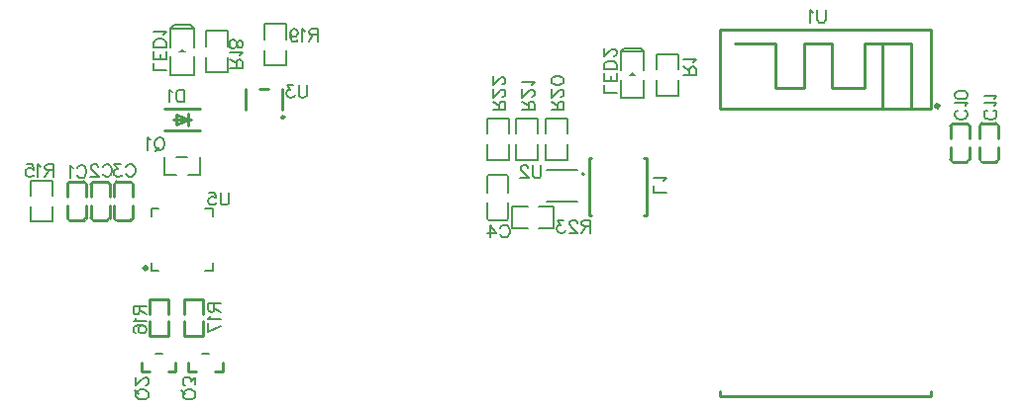
<source format=gbo>
G04 Layer: BottomSilkscreenLayer*
G04 EasyEDA v6.5.20, 2022-12-02 00:59:29*
G04 a67cddfb3fce44daa9051d46cbbcc19f,10*
G04 Gerber Generator version 0.2*
G04 Scale: 100 percent, Rotated: No, Reflected: No *
G04 Dimensions in millimeters *
G04 leading zeros omitted , absolute positions ,4 integer and 5 decimal *
%FSLAX45Y45*%
%MOMM*%

%ADD10C,0.1524*%
%ADD11C,0.2540*%
%ADD12C,0.2000*%
%ADD13C,0.3000*%

%LPD*%
D10*
X5069989Y8725298D02*
G01*
X5069989Y8647320D01*
X5064909Y8631826D01*
X5054495Y8621412D01*
X5038747Y8616332D01*
X5028333Y8616332D01*
X5012839Y8621412D01*
X5002425Y8631826D01*
X4997345Y8647320D01*
X4997345Y8725298D01*
X4957721Y8699390D02*
G01*
X4957721Y8704470D01*
X4952641Y8714884D01*
X4947307Y8720218D01*
X4936893Y8725298D01*
X4916319Y8725298D01*
X4905905Y8720218D01*
X4900571Y8714884D01*
X4895491Y8704470D01*
X4895491Y8694056D01*
X4900571Y8683642D01*
X4910985Y8668148D01*
X4963055Y8616332D01*
X4890157Y8616332D01*
X5489989Y8255299D02*
G01*
X5489989Y8146333D01*
X5489989Y8255299D02*
G01*
X5443253Y8255299D01*
X5427759Y8250219D01*
X5422425Y8244885D01*
X5417345Y8234471D01*
X5417345Y8224057D01*
X5422425Y8213643D01*
X5427759Y8208563D01*
X5443253Y8203483D01*
X5489989Y8203483D01*
X5453667Y8203483D02*
G01*
X5417345Y8146333D01*
X5377721Y8229391D02*
G01*
X5377721Y8234471D01*
X5372641Y8244885D01*
X5367307Y8250219D01*
X5356893Y8255299D01*
X5336319Y8255299D01*
X5325905Y8250219D01*
X5320571Y8244885D01*
X5315491Y8234471D01*
X5315491Y8224057D01*
X5320571Y8213643D01*
X5330985Y8198149D01*
X5383055Y8146333D01*
X5310157Y8146333D01*
X5265453Y8255299D02*
G01*
X5208303Y8255299D01*
X5239545Y8213643D01*
X5224051Y8213643D01*
X5213637Y8208563D01*
X5208303Y8203483D01*
X5203223Y8187735D01*
X5203223Y8177321D01*
X5208303Y8161827D01*
X5218717Y8151413D01*
X5234465Y8146333D01*
X5249959Y8146333D01*
X5265453Y8151413D01*
X5270787Y8156493D01*
X5275867Y8166907D01*
X4765306Y9199981D02*
G01*
X4656340Y9199981D01*
X4765306Y9199981D02*
G01*
X4765306Y9246717D01*
X4760226Y9262211D01*
X4754892Y9267545D01*
X4744478Y9272625D01*
X4734064Y9272625D01*
X4723650Y9267545D01*
X4718570Y9262211D01*
X4713490Y9246717D01*
X4713490Y9199981D01*
X4713490Y9236303D02*
G01*
X4656340Y9272625D01*
X4739398Y9312249D02*
G01*
X4744478Y9312249D01*
X4754892Y9317329D01*
X4760226Y9322663D01*
X4765306Y9333077D01*
X4765306Y9353651D01*
X4760226Y9364065D01*
X4754892Y9369399D01*
X4744478Y9374479D01*
X4734064Y9374479D01*
X4723650Y9369399D01*
X4708156Y9358985D01*
X4656340Y9306915D01*
X4656340Y9379813D01*
X4739398Y9419183D02*
G01*
X4744478Y9419183D01*
X4754892Y9424517D01*
X4760226Y9429597D01*
X4765306Y9440011D01*
X4765306Y9460839D01*
X4760226Y9471253D01*
X4754892Y9476333D01*
X4744478Y9481667D01*
X4734064Y9481667D01*
X4723650Y9476333D01*
X4708156Y9465919D01*
X4656340Y9414103D01*
X4656340Y9486747D01*
X5015306Y9199981D02*
G01*
X4906340Y9199981D01*
X5015306Y9199981D02*
G01*
X5015306Y9246717D01*
X5010226Y9262211D01*
X5004892Y9267545D01*
X4994478Y9272625D01*
X4984064Y9272625D01*
X4973650Y9267545D01*
X4968570Y9262211D01*
X4963490Y9246717D01*
X4963490Y9199981D01*
X4963490Y9236303D02*
G01*
X4906340Y9272625D01*
X4989398Y9312249D02*
G01*
X4994478Y9312249D01*
X5004892Y9317329D01*
X5010226Y9322663D01*
X5015306Y9333077D01*
X5015306Y9353651D01*
X5010226Y9364065D01*
X5004892Y9369399D01*
X4994478Y9374479D01*
X4984064Y9374479D01*
X4973650Y9369399D01*
X4958156Y9358985D01*
X4906340Y9306915D01*
X4906340Y9379813D01*
X4994478Y9414103D02*
G01*
X4999812Y9424517D01*
X5015306Y9440011D01*
X4906340Y9440011D01*
X5265305Y9199981D02*
G01*
X5156339Y9199981D01*
X5265305Y9199981D02*
G01*
X5265305Y9246717D01*
X5260225Y9262211D01*
X5254891Y9267545D01*
X5244477Y9272625D01*
X5234063Y9272625D01*
X5223649Y9267545D01*
X5218569Y9262211D01*
X5213489Y9246717D01*
X5213489Y9199981D01*
X5213489Y9236303D02*
G01*
X5156339Y9272625D01*
X5239397Y9312249D02*
G01*
X5244477Y9312249D01*
X5254891Y9317329D01*
X5260225Y9322663D01*
X5265305Y9333077D01*
X5265305Y9353651D01*
X5260225Y9364065D01*
X5254891Y9369399D01*
X5244477Y9374479D01*
X5234063Y9374479D01*
X5223649Y9369399D01*
X5208155Y9358985D01*
X5156339Y9306915D01*
X5156339Y9379813D01*
X5265305Y9445091D02*
G01*
X5260225Y9429597D01*
X5244477Y9419183D01*
X5218569Y9414103D01*
X5203075Y9414103D01*
X5176913Y9419183D01*
X5161419Y9429597D01*
X5156339Y9445091D01*
X5156339Y9455505D01*
X5161419Y9471253D01*
X5176913Y9481667D01*
X5203075Y9486747D01*
X5218569Y9486747D01*
X5244477Y9481667D01*
X5260225Y9471253D01*
X5265305Y9455505D01*
X5265305Y9445091D01*
X6138661Y8492225D02*
G01*
X6029695Y8492225D01*
X6029695Y8492225D02*
G01*
X6029695Y8554455D01*
X6117833Y8588745D02*
G01*
X6123167Y8599159D01*
X6138661Y8614907D01*
X6029695Y8614907D01*
X4722012Y8189391D02*
G01*
X4727346Y8199805D01*
X4737760Y8210219D01*
X4747920Y8215299D01*
X4768748Y8215299D01*
X4779162Y8210219D01*
X4789576Y8199805D01*
X4794910Y8189391D01*
X4799990Y8173643D01*
X4799990Y8147735D01*
X4794910Y8132241D01*
X4789576Y8121827D01*
X4779162Y8111413D01*
X4768748Y8106333D01*
X4747920Y8106333D01*
X4737760Y8111413D01*
X4727346Y8121827D01*
X4722012Y8132241D01*
X4635906Y8215299D02*
G01*
X4687722Y8142655D01*
X4609744Y8142655D01*
X4635906Y8215299D02*
G01*
X4635906Y8106333D01*
X5715304Y9349981D02*
G01*
X5606338Y9349981D01*
X5606338Y9349981D02*
G01*
X5606338Y9412211D01*
X5715304Y9446501D02*
G01*
X5606338Y9446501D01*
X5715304Y9446501D02*
G01*
X5715304Y9514065D01*
X5663488Y9446501D02*
G01*
X5663488Y9488157D01*
X5606338Y9446501D02*
G01*
X5606338Y9514065D01*
X5715304Y9548355D02*
G01*
X5606338Y9548355D01*
X5715304Y9548355D02*
G01*
X5715304Y9584931D01*
X5710224Y9600425D01*
X5699810Y9610839D01*
X5689396Y9615919D01*
X5673648Y9621253D01*
X5647740Y9621253D01*
X5632246Y9615919D01*
X5621832Y9610839D01*
X5611418Y9600425D01*
X5606338Y9584931D01*
X5606338Y9548355D01*
X5689396Y9660623D02*
G01*
X5694476Y9660623D01*
X5704890Y9665957D01*
X5710224Y9671037D01*
X5715304Y9681451D01*
X5715304Y9702279D01*
X5710224Y9712693D01*
X5704890Y9717773D01*
X5694476Y9723107D01*
X5684062Y9723107D01*
X5673648Y9717773D01*
X5658154Y9707359D01*
X5606338Y9655543D01*
X5606338Y9728187D01*
X6392303Y9499980D02*
G01*
X6283337Y9499980D01*
X6392303Y9499980D02*
G01*
X6392303Y9546717D01*
X6387223Y9562211D01*
X6381889Y9567545D01*
X6371475Y9572625D01*
X6361061Y9572625D01*
X6350647Y9567545D01*
X6345567Y9562211D01*
X6340487Y9546717D01*
X6340487Y9499980D01*
X6340487Y9536303D02*
G01*
X6283337Y9572625D01*
X6371475Y9606914D02*
G01*
X6376809Y9617329D01*
X6392303Y9633077D01*
X6283337Y9633077D01*
X2400724Y8494395D02*
G01*
X2400724Y8416417D01*
X2395644Y8400922D01*
X2385230Y8390509D01*
X2369482Y8385429D01*
X2359068Y8385429D01*
X2343574Y8390509D01*
X2333160Y8400922D01*
X2328080Y8416417D01*
X2328080Y8494395D01*
X2231306Y8494395D02*
G01*
X2283376Y8494395D01*
X2288456Y8447659D01*
X2283376Y8452738D01*
X2267628Y8458072D01*
X2252134Y8458072D01*
X2236640Y8452738D01*
X2226226Y8442579D01*
X2220892Y8426830D01*
X2220892Y8416417D01*
X2226226Y8400922D01*
X2236640Y8390509D01*
X2252134Y8385429D01*
X2267628Y8385429D01*
X2283376Y8390509D01*
X2288456Y8395588D01*
X2293790Y8406003D01*
X1102065Y8699345D02*
G01*
X1107262Y8709736D01*
X1117653Y8720127D01*
X1128041Y8725321D01*
X1148824Y8725321D01*
X1159215Y8720127D01*
X1169606Y8709736D01*
X1174803Y8699345D01*
X1179997Y8683757D01*
X1179997Y8657780D01*
X1174803Y8642195D01*
X1169606Y8631803D01*
X1159215Y8621412D01*
X1148824Y8616218D01*
X1128041Y8616218D01*
X1117653Y8621412D01*
X1107262Y8631803D01*
X1102065Y8642195D01*
X1067775Y8704539D02*
G01*
X1057384Y8709736D01*
X1041798Y8725321D01*
X1041798Y8616218D01*
X1322103Y8709395D02*
G01*
X1327299Y8719786D01*
X1337690Y8730178D01*
X1348079Y8735372D01*
X1368861Y8735372D01*
X1379253Y8730178D01*
X1389644Y8719786D01*
X1394840Y8709395D01*
X1400035Y8693807D01*
X1400035Y8667831D01*
X1394840Y8652245D01*
X1389644Y8641854D01*
X1379253Y8631463D01*
X1368861Y8626269D01*
X1348079Y8626269D01*
X1337690Y8631463D01*
X1327299Y8641854D01*
X1322103Y8652245D01*
X1282618Y8709395D02*
G01*
X1282618Y8714590D01*
X1277421Y8724981D01*
X1272227Y8730178D01*
X1261836Y8735372D01*
X1241054Y8735372D01*
X1230663Y8730178D01*
X1225468Y8724981D01*
X1220271Y8714590D01*
X1220271Y8704199D01*
X1225468Y8693807D01*
X1235859Y8678222D01*
X1287813Y8626269D01*
X1215077Y8626269D01*
X1522102Y8709395D02*
G01*
X1527299Y8719786D01*
X1537690Y8730178D01*
X1548079Y8735372D01*
X1568861Y8735372D01*
X1579252Y8730178D01*
X1589643Y8719786D01*
X1594840Y8709395D01*
X1600034Y8693807D01*
X1600034Y8667831D01*
X1594840Y8652245D01*
X1589643Y8641854D01*
X1579252Y8631463D01*
X1568861Y8626269D01*
X1548079Y8626269D01*
X1537690Y8631463D01*
X1527299Y8641854D01*
X1522102Y8652245D01*
X1477421Y8735372D02*
G01*
X1420271Y8735372D01*
X1451444Y8693807D01*
X1435859Y8693807D01*
X1425468Y8688613D01*
X1420271Y8683419D01*
X1415077Y8667831D01*
X1415077Y8657440D01*
X1420271Y8641854D01*
X1430662Y8631463D01*
X1446250Y8626269D01*
X1461836Y8626269D01*
X1477421Y8631463D01*
X1482618Y8636657D01*
X1487812Y8647049D01*
X2020493Y9374997D02*
G01*
X2020493Y9266031D01*
X2020493Y9374997D02*
G01*
X1984171Y9374997D01*
X1968423Y9369917D01*
X1958263Y9359503D01*
X1952929Y9349089D01*
X1947849Y9333341D01*
X1947849Y9307433D01*
X1952929Y9291939D01*
X1958263Y9281525D01*
X1968423Y9271111D01*
X1984171Y9266031D01*
X2020493Y9266031D01*
X1913559Y9354169D02*
G01*
X1903145Y9359503D01*
X1887397Y9374997D01*
X1887397Y9266031D01*
X1865312Y9539980D02*
G01*
X1756346Y9539980D01*
X1756346Y9539980D02*
G01*
X1756346Y9602210D01*
X1865312Y9636500D02*
G01*
X1756346Y9636500D01*
X1865312Y9636500D02*
G01*
X1865312Y9704064D01*
X1813496Y9636500D02*
G01*
X1813496Y9678156D01*
X1756346Y9636500D02*
G01*
X1756346Y9704064D01*
X1865312Y9738354D02*
G01*
X1756346Y9738354D01*
X1865312Y9738354D02*
G01*
X1865312Y9774930D01*
X1860232Y9790424D01*
X1849818Y9800838D01*
X1839404Y9805918D01*
X1823656Y9811252D01*
X1797748Y9811252D01*
X1782254Y9805918D01*
X1771840Y9800838D01*
X1761426Y9790424D01*
X1756346Y9774930D01*
X1756346Y9738354D01*
X1844484Y9845542D02*
G01*
X1849818Y9855956D01*
X1865312Y9871450D01*
X1756346Y9871450D01*
X1818744Y8965298D02*
G01*
X1829158Y8960218D01*
X1839572Y8949804D01*
X1844906Y8939390D01*
X1849986Y8923642D01*
X1849986Y8897734D01*
X1844906Y8882240D01*
X1839572Y8871826D01*
X1829158Y8861412D01*
X1818744Y8856332D01*
X1797916Y8856332D01*
X1787756Y8861412D01*
X1777342Y8871826D01*
X1772008Y8882240D01*
X1766928Y8897734D01*
X1766928Y8923642D01*
X1772008Y8939390D01*
X1777342Y8949804D01*
X1787756Y8960218D01*
X1797916Y8965298D01*
X1818744Y8965298D01*
X1803250Y8876906D02*
G01*
X1772008Y8845918D01*
X1732638Y8944470D02*
G01*
X1722224Y8949804D01*
X1706476Y8965298D01*
X1706476Y8856332D01*
X1715312Y6751228D02*
G01*
X1710232Y6740814D01*
X1699818Y6730400D01*
X1689404Y6725066D01*
X1673656Y6719986D01*
X1647748Y6719986D01*
X1632254Y6725066D01*
X1621840Y6730400D01*
X1611426Y6740814D01*
X1606346Y6751228D01*
X1606346Y6772056D01*
X1611426Y6782216D01*
X1621840Y6792630D01*
X1632254Y6797964D01*
X1647748Y6803044D01*
X1673656Y6803044D01*
X1689404Y6797964D01*
X1699818Y6792630D01*
X1710232Y6782216D01*
X1715312Y6772056D01*
X1715312Y6751228D01*
X1626920Y6766722D02*
G01*
X1595932Y6797964D01*
X1689404Y6842668D02*
G01*
X1694484Y6842668D01*
X1704898Y6847748D01*
X1710232Y6853082D01*
X1715312Y6863496D01*
X1715312Y6884070D01*
X1710232Y6894484D01*
X1704898Y6899818D01*
X1694484Y6904898D01*
X1684070Y6904898D01*
X1673656Y6899818D01*
X1658162Y6889404D01*
X1606346Y6837334D01*
X1606346Y6910232D01*
X2115311Y6751228D02*
G01*
X2110231Y6740814D01*
X2099818Y6730400D01*
X2089404Y6725066D01*
X2073656Y6719986D01*
X2047747Y6719986D01*
X2032254Y6725066D01*
X2021840Y6730400D01*
X2011425Y6740814D01*
X2006345Y6751228D01*
X2006345Y6772056D01*
X2011425Y6782216D01*
X2021840Y6792630D01*
X2032254Y6797964D01*
X2047747Y6803044D01*
X2073656Y6803044D01*
X2089404Y6797964D01*
X2099818Y6792630D01*
X2110231Y6782216D01*
X2115311Y6772056D01*
X2115311Y6751228D01*
X2026920Y6766722D02*
G01*
X1995931Y6797964D01*
X2115311Y6847748D02*
G01*
X2115311Y6904898D01*
X2073656Y6873656D01*
X2073656Y6889404D01*
X2068575Y6899818D01*
X2063495Y6904898D01*
X2047747Y6910232D01*
X2037334Y6910232D01*
X2021840Y6904898D01*
X2011425Y6894484D01*
X2006345Y6878990D01*
X2006345Y6863496D01*
X2011425Y6847748D01*
X2016506Y6842668D01*
X2026920Y6837334D01*
X899985Y8735293D02*
G01*
X899985Y8626327D01*
X899985Y8735293D02*
G01*
X853249Y8735293D01*
X837755Y8730213D01*
X832421Y8724879D01*
X827341Y8714465D01*
X827341Y8704051D01*
X832421Y8693637D01*
X837755Y8688557D01*
X853249Y8683477D01*
X899985Y8683477D01*
X863663Y8683477D02*
G01*
X827341Y8626327D01*
X793051Y8714465D02*
G01*
X782637Y8719799D01*
X766889Y8735293D01*
X766889Y8626327D01*
X670369Y8735293D02*
G01*
X722185Y8735293D01*
X727519Y8688557D01*
X722185Y8693637D01*
X706691Y8698971D01*
X691197Y8698971D01*
X675449Y8693637D01*
X665035Y8683477D01*
X659955Y8667729D01*
X659955Y8657315D01*
X665035Y8641821D01*
X675449Y8631407D01*
X691197Y8626327D01*
X706691Y8626327D01*
X722185Y8631407D01*
X727519Y8636487D01*
X732599Y8646901D01*
X3069993Y9415302D02*
G01*
X3069993Y9337324D01*
X3064913Y9321830D01*
X3054499Y9311416D01*
X3038751Y9306336D01*
X3028337Y9306336D01*
X3012843Y9311416D01*
X3002429Y9321830D01*
X2997349Y9337324D01*
X2997349Y9415302D01*
X2952645Y9415302D02*
G01*
X2895495Y9415302D01*
X2926483Y9373646D01*
X2910989Y9373646D01*
X2900575Y9368566D01*
X2895495Y9363486D01*
X2890161Y9347738D01*
X2890161Y9337324D01*
X2895495Y9321830D01*
X2905909Y9311416D01*
X2921403Y9306336D01*
X2936897Y9306336D01*
X2952645Y9311416D01*
X2957725Y9316496D01*
X2963059Y9326910D01*
X2515334Y9559975D02*
G01*
X2406230Y9559975D01*
X2515334Y9559975D02*
G01*
X2515334Y9606734D01*
X2510139Y9622320D01*
X2504942Y9627516D01*
X2494551Y9632711D01*
X2484160Y9632711D01*
X2473769Y9627516D01*
X2468575Y9622320D01*
X2463380Y9606734D01*
X2463380Y9559975D01*
X2463380Y9596343D02*
G01*
X2406230Y9632711D01*
X2494551Y9667001D02*
G01*
X2499748Y9677392D01*
X2515334Y9692980D01*
X2406230Y9692980D01*
X2515334Y9753246D02*
G01*
X2510139Y9737661D01*
X2499748Y9732464D01*
X2489357Y9732464D01*
X2478966Y9737661D01*
X2473769Y9748050D01*
X2468575Y9768832D01*
X2463380Y9784420D01*
X2452989Y9794811D01*
X2442598Y9800005D01*
X2427010Y9800005D01*
X2416619Y9794811D01*
X2411425Y9789614D01*
X2406230Y9774029D01*
X2406230Y9753246D01*
X2411425Y9737661D01*
X2416619Y9732464D01*
X2427010Y9727270D01*
X2442598Y9727270D01*
X2452989Y9732464D01*
X2463380Y9742855D01*
X2468575Y9758441D01*
X2473769Y9779223D01*
X2478966Y9789614D01*
X2489357Y9794811D01*
X2499748Y9794811D01*
X2510139Y9789614D01*
X2515334Y9774029D01*
X2515334Y9753246D01*
X3159175Y9894476D02*
G01*
X3159175Y9785372D01*
X3159175Y9894476D02*
G01*
X3112416Y9894476D01*
X3096831Y9889281D01*
X3091634Y9884084D01*
X3086440Y9873693D01*
X3086440Y9863302D01*
X3091634Y9852911D01*
X3096831Y9847717D01*
X3112416Y9842522D01*
X3159175Y9842522D01*
X3122808Y9842522D02*
G01*
X3086440Y9785372D01*
X3052150Y9873693D02*
G01*
X3041759Y9878890D01*
X3026171Y9894476D01*
X3026171Y9785372D01*
X2924340Y9858108D02*
G01*
X2929536Y9842522D01*
X2939928Y9832131D01*
X2955513Y9826934D01*
X2960710Y9826934D01*
X2976295Y9832131D01*
X2986686Y9842522D01*
X2991881Y9858108D01*
X2991881Y9863302D01*
X2986686Y9878890D01*
X2976295Y9889281D01*
X2960710Y9894476D01*
X2955513Y9894476D01*
X2939928Y9889281D01*
X2929536Y9878890D01*
X2924340Y9858108D01*
X2924340Y9832131D01*
X2929536Y9806152D01*
X2939928Y9790567D01*
X2955513Y9785372D01*
X2965904Y9785372D01*
X2981490Y9790567D01*
X2986686Y9800958D01*
X1584657Y7519984D02*
G01*
X1693760Y7519984D01*
X1584657Y7519984D02*
G01*
X1584657Y7473226D01*
X1589852Y7457640D01*
X1595048Y7452443D01*
X1605440Y7447249D01*
X1615831Y7447249D01*
X1626222Y7452443D01*
X1631416Y7457640D01*
X1636610Y7473226D01*
X1636610Y7519984D01*
X1636610Y7483617D02*
G01*
X1693760Y7447249D01*
X1605440Y7412959D02*
G01*
X1600243Y7402568D01*
X1584657Y7386980D01*
X1693760Y7386980D01*
X1600243Y7290346D02*
G01*
X1589852Y7295540D01*
X1584657Y7311128D01*
X1584657Y7321519D01*
X1589852Y7337104D01*
X1605440Y7347496D01*
X1631416Y7352690D01*
X1657393Y7352690D01*
X1678175Y7347496D01*
X1688566Y7337104D01*
X1693760Y7321519D01*
X1693760Y7316322D01*
X1688566Y7300737D01*
X1678175Y7290346D01*
X1662590Y7285149D01*
X1657393Y7285149D01*
X1641807Y7290346D01*
X1631416Y7300737D01*
X1626222Y7316322D01*
X1626222Y7321519D01*
X1631416Y7337104D01*
X1641807Y7347496D01*
X1657393Y7352690D01*
X2224570Y7539898D02*
G01*
X2333673Y7539898D01*
X2224570Y7539898D02*
G01*
X2224570Y7493139D01*
X2229764Y7477554D01*
X2234961Y7472357D01*
X2245352Y7467163D01*
X2255743Y7467163D01*
X2266134Y7472357D01*
X2271328Y7477554D01*
X2276523Y7493139D01*
X2276523Y7539898D01*
X2276523Y7503530D02*
G01*
X2333673Y7467163D01*
X2245352Y7432873D02*
G01*
X2240155Y7422481D01*
X2224570Y7406894D01*
X2333673Y7406894D01*
X2224570Y7299868D02*
G01*
X2333673Y7351824D01*
X2224570Y7372604D02*
G01*
X2224570Y7299868D01*
X8939390Y9197972D02*
G01*
X8949804Y9192638D01*
X8960218Y9182224D01*
X8965298Y9172064D01*
X8965298Y9151236D01*
X8960218Y9140822D01*
X8949804Y9130408D01*
X8939390Y9125074D01*
X8923642Y9119994D01*
X8897734Y9119994D01*
X8882240Y9125074D01*
X8871826Y9130408D01*
X8861412Y9140822D01*
X8856332Y9151236D01*
X8856332Y9172064D01*
X8861412Y9182224D01*
X8871826Y9192638D01*
X8882240Y9197972D01*
X8944470Y9232262D02*
G01*
X8949804Y9242676D01*
X8965298Y9258170D01*
X8856332Y9258170D01*
X8944470Y9292460D02*
G01*
X8949804Y9302874D01*
X8965298Y9318368D01*
X8856332Y9318368D01*
X7501890Y10054770D02*
G01*
X7501890Y9976838D01*
X7496695Y9961252D01*
X7486304Y9950861D01*
X7470716Y9945667D01*
X7460325Y9945667D01*
X7444740Y9950861D01*
X7434348Y9961252D01*
X7429154Y9976838D01*
X7429154Y10054770D01*
X7394864Y10033988D02*
G01*
X7384473Y10039184D01*
X7368885Y10054770D01*
X7368885Y9945667D01*
X8689345Y9197903D02*
G01*
X8699736Y9192707D01*
X8710127Y9182315D01*
X8715321Y9171927D01*
X8715321Y9151145D01*
X8710127Y9140753D01*
X8699736Y9130362D01*
X8689345Y9125165D01*
X8673757Y9119971D01*
X8647780Y9119971D01*
X8632195Y9125165D01*
X8621803Y9130362D01*
X8611412Y9140753D01*
X8606218Y9151145D01*
X8606218Y9171927D01*
X8611412Y9182315D01*
X8621803Y9192707D01*
X8632195Y9197903D01*
X8694539Y9232193D02*
G01*
X8699736Y9242585D01*
X8715321Y9258170D01*
X8606218Y9258170D01*
X8715321Y9323633D02*
G01*
X8710127Y9308045D01*
X8694539Y9297657D01*
X8668562Y9292460D01*
X8652977Y9292460D01*
X8626998Y9297657D01*
X8611412Y9308045D01*
X8606218Y9323633D01*
X8606218Y9334025D01*
X8611412Y9349610D01*
X8626998Y9360001D01*
X8652977Y9365195D01*
X8668562Y9365195D01*
X8694539Y9360001D01*
X8710127Y9349610D01*
X8715321Y9334025D01*
X8715321Y9323633D01*
G36*
X5849975Y9519970D02*
G01*
X5809996Y9489948D01*
X5890006Y9489998D01*
G37*
G36*
X1999996Y9719970D02*
G01*
X1959965Y9689947D01*
X2039975Y9689998D01*
G37*
X5382610Y8682603D02*
G01*
X5117368Y8682603D01*
X5117368Y8417361D02*
G01*
X5382610Y8417361D01*
X4952370Y8188274D02*
G01*
X4823876Y8188274D01*
X4823876Y8371692D01*
X4952370Y8371692D01*
X5047609Y8188274D02*
G01*
X5176103Y8188274D01*
X5176103Y8371692D01*
X5047609Y8371692D01*
X4791699Y8902362D02*
G01*
X4791699Y8773868D01*
X4608281Y8773868D01*
X4608281Y8902362D01*
X4791699Y8997602D02*
G01*
X4791699Y9126095D01*
X4608281Y9126095D01*
X4608281Y8997602D01*
X5041699Y8902362D02*
G01*
X5041699Y8773868D01*
X4858280Y8773868D01*
X4858280Y8902362D01*
X5041699Y8997602D02*
G01*
X5041699Y9126095D01*
X4858280Y9126095D01*
X4858280Y8997602D01*
X5108280Y8997602D02*
G01*
X5108280Y9126095D01*
X5291698Y9126095D01*
X5291698Y8997602D01*
X5108280Y8902362D02*
G01*
X5108280Y8773868D01*
X5291698Y8773868D01*
X5291698Y8902362D01*
D11*
X5968349Y8297227D02*
G01*
X5968347Y8787223D01*
X5478343Y8297227D02*
G01*
X5478345Y8787223D01*
X5478343Y8297227D02*
G01*
X5500232Y8297227D01*
X5946460Y8297227D02*
G01*
X5968349Y8297227D01*
X5968347Y8787223D02*
G01*
X5946460Y8787223D01*
X5500232Y8787223D02*
G01*
X5478345Y8787223D01*
D10*
X4790351Y8631102D02*
G01*
X4790351Y8490102D01*
X4609630Y8490102D02*
G01*
X4609630Y8631102D01*
X4624870Y8646342D02*
G01*
X4775111Y8646342D01*
X4790351Y8268863D02*
G01*
X4790351Y8409863D01*
X4609630Y8409863D02*
G01*
X4609630Y8268863D01*
X4624870Y8253623D02*
G01*
X4775111Y8253623D01*
D12*
X5949988Y9539980D02*
G01*
X5949988Y9699980D01*
X5749988Y9699980D01*
X5749988Y9539980D01*
X5749988Y9459981D02*
G01*
X5749988Y9299981D01*
X5949988Y9299981D01*
X5949988Y9459981D01*
X5949988Y9699980D02*
G01*
X5949988Y9699980D01*
X5919988Y9729980D01*
X5779988Y9729980D01*
X5779988Y9729980D01*
X5749988Y9699980D01*
D10*
X6058278Y9547600D02*
G01*
X6058278Y9676094D01*
X6241696Y9676094D01*
X6241696Y9547600D01*
X6058278Y9452361D02*
G01*
X6058278Y9323867D01*
X6241696Y9323867D01*
X6241696Y9452361D01*
D12*
X1734992Y7889963D02*
G01*
X1734992Y7824965D01*
X1799991Y7824965D01*
X2264989Y7889963D02*
G01*
X2264989Y7824965D01*
X2199990Y7824965D01*
X2199990Y8354961D02*
G01*
X2264989Y8354961D01*
X2264989Y8289963D01*
X1734992Y8289963D02*
G01*
X1734992Y8354961D01*
X1799991Y8354961D01*
D11*
X1039995Y8254982D02*
G01*
X1159997Y8254982D01*
X1019995Y8459980D02*
G01*
X1019995Y8559982D01*
X1180000Y8459980D02*
G01*
X1180000Y8559982D01*
X1019995Y8379973D02*
G01*
X1019995Y8279983D01*
X1180000Y8379973D02*
G01*
X1180000Y8279983D01*
X1039995Y8584984D02*
G01*
X1159997Y8584984D01*
X1019995Y8564984D02*
G01*
X1019995Y8559982D01*
X1180000Y8564981D02*
G01*
X1180000Y8559982D01*
X1019995Y8274982D02*
G01*
X1019995Y8279983D01*
X1180000Y8274984D02*
G01*
X1180000Y8279983D01*
X1240096Y8254982D02*
G01*
X1360098Y8254982D01*
X1220096Y8459980D02*
G01*
X1220096Y8559982D01*
X1380101Y8459980D02*
G01*
X1380101Y8559982D01*
X1220096Y8379973D02*
G01*
X1220096Y8279983D01*
X1380101Y8379973D02*
G01*
X1380101Y8279983D01*
X1240096Y8584984D02*
G01*
X1360098Y8584984D01*
X1220096Y8564984D02*
G01*
X1220096Y8559982D01*
X1380101Y8564981D02*
G01*
X1380101Y8559982D01*
X1220096Y8274982D02*
G01*
X1220096Y8279983D01*
X1380101Y8274984D02*
G01*
X1380101Y8279983D01*
X1439994Y8254982D02*
G01*
X1559996Y8254982D01*
X1419994Y8459980D02*
G01*
X1419994Y8559982D01*
X1579999Y8459980D02*
G01*
X1579999Y8559982D01*
X1419994Y8379973D02*
G01*
X1419994Y8279983D01*
X1579999Y8379973D02*
G01*
X1579999Y8279983D01*
X1439994Y8584984D02*
G01*
X1559996Y8584984D01*
X1419994Y8564984D02*
G01*
X1419994Y8559982D01*
X1579999Y8564981D02*
G01*
X1579999Y8559982D01*
X1419994Y8274982D02*
G01*
X1419994Y8279983D01*
X1579999Y8274984D02*
G01*
X1579999Y8279983D01*
X2151999Y9214634D02*
G01*
X1852000Y9214634D01*
X2150663Y9026667D02*
G01*
X1850664Y9026667D01*
X2076195Y9119981D02*
G01*
X1923795Y9119981D01*
X2050795Y9170781D02*
G01*
X2050795Y9069181D01*
X1949195Y9079341D02*
G01*
X2050795Y9119981D01*
X1949195Y9160621D02*
G01*
X1949195Y9079341D01*
X2050795Y9119981D02*
G01*
X1949195Y9160621D01*
D12*
X2099995Y9739980D02*
G01*
X2099995Y9899980D01*
X1899996Y9899980D01*
X1899996Y9739980D01*
X1899996Y9659980D02*
G01*
X1899996Y9499980D01*
X2099995Y9499980D01*
X2099995Y9659980D01*
X2099995Y9899980D02*
G01*
X2099995Y9899980D01*
X2069995Y9929980D01*
X1929996Y9929980D01*
X1929996Y9929980D01*
X1899996Y9899980D01*
D10*
X2152616Y8792603D02*
G01*
X2152616Y8647361D01*
X2049454Y8647361D01*
X1847375Y8792603D02*
G01*
X1847375Y8647361D01*
X1950537Y8647361D01*
X2045535Y8792603D02*
G01*
X1954456Y8792603D01*
D11*
X1880003Y6954987D02*
G01*
X1945995Y6954987D01*
X1880003Y6954987D01*
X1945995Y6954987D01*
X1945995Y7036495D01*
X1653994Y7036495D02*
G01*
X1653994Y6954987D01*
X1719988Y6954987D01*
D12*
X1770001Y7109978D02*
G01*
X1829991Y7109978D01*
D11*
X2280003Y6954987D02*
G01*
X2345994Y6954987D01*
X2280003Y6954987D01*
X2345994Y6954987D01*
X2345994Y7036495D01*
X2053993Y7036495D02*
G01*
X2053993Y6954987D01*
X2119988Y6954987D01*
D12*
X2170000Y7109978D02*
G01*
X2229990Y7109978D01*
D10*
X891707Y8372363D02*
G01*
X891707Y8243869D01*
X708289Y8243869D01*
X708289Y8372363D01*
X891707Y8467603D02*
G01*
X891707Y8596096D01*
X708289Y8596096D01*
X708289Y8467603D01*
D11*
X2855000Y9379991D02*
G01*
X2855000Y9199989D01*
X2740002Y9379991D02*
G01*
X2659999Y9379991D01*
X2544998Y9379991D02*
G01*
X2544998Y9199989D01*
D10*
X2208311Y9747625D02*
G01*
X2208311Y9876119D01*
X2391730Y9876119D01*
X2391730Y9747625D01*
X2208311Y9652386D02*
G01*
X2208311Y9523892D01*
X2391730Y9523892D01*
X2391730Y9652386D01*
X2891602Y9712391D02*
G01*
X2891602Y9583897D01*
X2708183Y9583897D01*
X2708183Y9712391D01*
X2891602Y9807630D02*
G01*
X2891602Y9936124D01*
X2708183Y9936124D01*
X2708183Y9807630D01*
D11*
X1719994Y7574981D02*
G01*
X1879998Y7574981D01*
X1879488Y7389919D02*
G01*
X1879488Y7264923D01*
X1719483Y7389919D02*
G01*
X1719483Y7264923D01*
X1879998Y7449977D02*
G01*
X1879998Y7574981D01*
X1719994Y7449977D02*
G01*
X1719994Y7574981D01*
X1719483Y7264923D02*
G01*
X1879488Y7264923D01*
X2019993Y7574981D02*
G01*
X2179998Y7574981D01*
X2179487Y7389919D02*
G01*
X2179487Y7264923D01*
X2019482Y7389919D02*
G01*
X2019482Y7264923D01*
X2179998Y7449977D02*
G01*
X2179998Y7574981D01*
X2019993Y7449977D02*
G01*
X2019993Y7574981D01*
X2019482Y7264923D02*
G01*
X2179487Y7264923D01*
X8959984Y9084983D02*
G01*
X8839982Y9084983D01*
X8979984Y8879984D02*
G01*
X8979984Y8779982D01*
X8819979Y8879984D02*
G01*
X8819979Y8779982D01*
X8979984Y8959992D02*
G01*
X8979984Y9059981D01*
X8819979Y8959992D02*
G01*
X8819979Y9059981D01*
X8959984Y8754981D02*
G01*
X8839982Y8754981D01*
X8979984Y8774981D02*
G01*
X8979984Y8779982D01*
X8819979Y8774983D02*
G01*
X8819979Y8779982D01*
X8979984Y9064983D02*
G01*
X8979984Y9059981D01*
X8819979Y9064980D02*
G01*
X8819979Y9059981D01*
X6599943Y6788797D02*
G01*
X6599943Y6746885D01*
X8399025Y6746885D01*
X8400041Y6746885D01*
X8400041Y6788797D01*
X7955813Y9766947D02*
G01*
X7990103Y9766947D01*
X7990103Y9211111D01*
X8230369Y9211195D02*
G01*
X8230369Y9766947D01*
X7836923Y9766947D01*
X7836923Y9386963D01*
X7554983Y9386963D01*
X7554983Y9766947D01*
X7316985Y9766947D01*
X7316985Y9386963D01*
X7071113Y9386963D01*
X7071113Y9772027D01*
X6724911Y9772027D01*
X8399983Y9211111D02*
G01*
X6599986Y9211111D01*
X8399983Y9211111D02*
G01*
X8399983Y9886995D01*
X6600987Y9886995D01*
X6599986Y9886995D02*
G01*
X6599986Y9211111D01*
X8710061Y9084972D02*
G01*
X8590059Y9084972D01*
X8730061Y8879974D02*
G01*
X8730061Y8779972D01*
X8570056Y8879974D02*
G01*
X8570056Y8779972D01*
X8730061Y8959982D02*
G01*
X8730061Y9059971D01*
X8570056Y8959982D02*
G01*
X8570056Y9059971D01*
X8710061Y8754971D02*
G01*
X8590059Y8754971D01*
X8730061Y8774971D02*
G01*
X8730061Y8779972D01*
X8570056Y8774973D02*
G01*
X8570056Y8779972D01*
X8730061Y9064972D02*
G01*
X8730061Y9059971D01*
X8570056Y9064970D02*
G01*
X8570056Y9059971D01*
D10*
G75*
G01*
X4609630Y8631103D02*
G02*
X4624870Y8646343I15240J0D01*
G75*
G01*
X4775111Y8646343D02*
G02*
X4790351Y8631103I0J-15240D01*
G75*
G01*
X4609630Y8268863D02*
G03*
X4624870Y8253623I15240J0D01*
G75*
G01*
X4775111Y8253623D02*
G03*
X4790351Y8268863I0J15240D01*
D13*
G75*
G01*
X1700017Y7844853D02*
G02*
X1700017Y7845108I-15001J128D01*
D11*
G75*
G01*
X1039995Y8584984D02*
G03*
X1019995Y8564984I0J-20000D01*
G75*
G01*
X1159998Y8584984D02*
G02*
X1180000Y8564982I0J-20002D01*
G75*
G01*
X1039995Y8254982D02*
G02*
X1019995Y8274982I0J20000D01*
G75*
G01*
X1159998Y8254982D02*
G03*
X1180000Y8274985I0J20003D01*
G75*
G01*
X1240097Y8584984D02*
G03*
X1220097Y8564984I0J-20000D01*
G75*
G01*
X1360099Y8584984D02*
G02*
X1380101Y8564982I0J-20002D01*
G75*
G01*
X1240097Y8254982D02*
G02*
X1220097Y8274982I0J20000D01*
G75*
G01*
X1360099Y8254982D02*
G03*
X1380101Y8274985I0J20003D01*
G75*
G01*
X1439995Y8584984D02*
G03*
X1419995Y8564984I0J-20000D01*
G75*
G01*
X1559997Y8584984D02*
G02*
X1579999Y8564982I0J-20002D01*
G75*
G01*
X1439995Y8254982D02*
G02*
X1419995Y8274982I0J20000D01*
G75*
G01*
X1559997Y8254982D02*
G03*
X1579999Y8274985I0J20003D01*
G75*
G01*
X8959985Y8754981D02*
G03*
X8979985Y8774981I0J20000D01*
G75*
G01*
X8839982Y8754981D02*
G02*
X8819980Y8774984I0J20003D01*
G75*
G01*
X8959985Y9084983D02*
G02*
X8979985Y9064983I0J-20000D01*
G75*
G01*
X8839982Y9084983D02*
G03*
X8819980Y9064981I0J-20002D01*
G75*
G01*
X8710061Y8754971D02*
G03*
X8730061Y8774971I0J20000D01*
G75*
G01*
X8590059Y8754971D02*
G02*
X8570057Y8774974I0J20003D01*
G75*
G01*
X8710061Y9084973D02*
G02*
X8730061Y9064973I0J-20000D01*
G75*
G01*
X8590059Y9084973D02*
G03*
X8570057Y9064970I0J-20003D01*
D12*
G75*
G01
X5438991Y8649983D02*
G03X5438991Y8649983I-10008J0D01*
D11*
G75*
G01
X2877795Y9137599D02*
G03X2877795Y9137599I-12700J0D01*
D13*
G75*
G01
X8471980Y9234983D02*
G03X8471980Y9234983I-15011J0D01*
M02*

</source>
